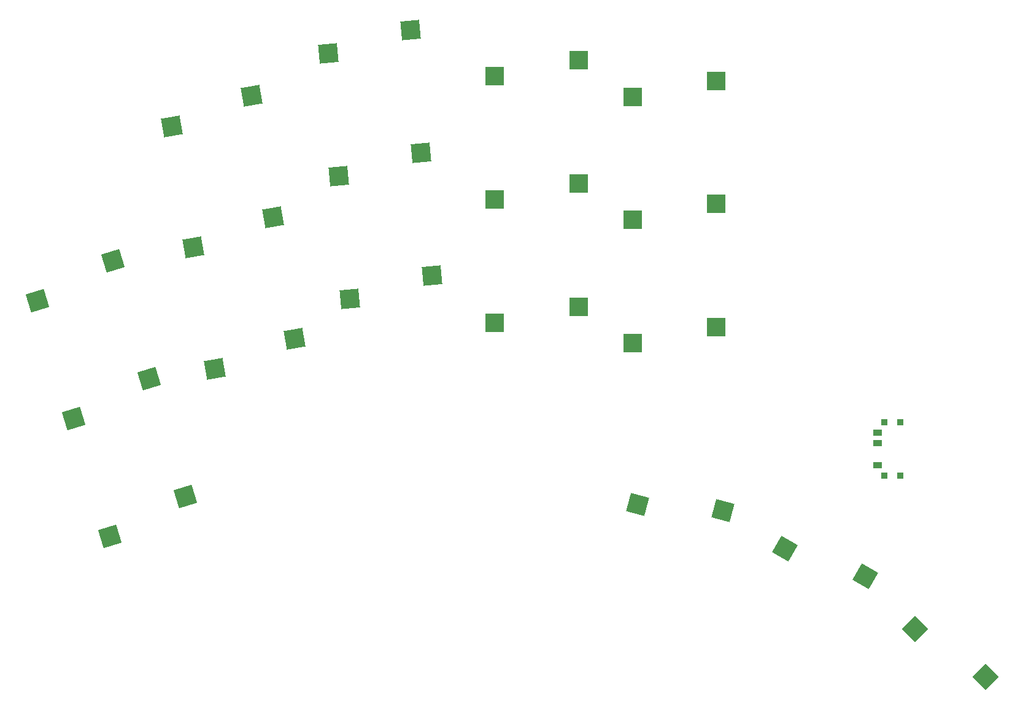
<source format=gbr>
%TF.GenerationSoftware,KiCad,Pcbnew,8.0.0*%
%TF.CreationDate,2024-06-08T15:13:20+02:00*%
%TF.ProjectId,goos-right,676f6f73-2d72-4696-9768-742e6b696361,rev?*%
%TF.SameCoordinates,Original*%
%TF.FileFunction,Paste,Top*%
%TF.FilePolarity,Positive*%
%FSLAX46Y46*%
G04 Gerber Fmt 4.6, Leading zero omitted, Abs format (unit mm)*
G04 Created by KiCad (PCBNEW 8.0.0) date 2024-06-08 15:13:20*
%MOMM*%
%LPD*%
G01*
G04 APERTURE LIST*
G04 Aperture macros list*
%AMRotRect*
0 Rectangle, with rotation*
0 The origin of the aperture is its center*
0 $1 length*
0 $2 width*
0 $3 Rotation angle, in degrees counterclockwise*
0 Add horizontal line*
21,1,$1,$2,0,0,$3*%
G04 Aperture macros list end*
%ADD10RotRect,2.600000X2.600000X5.000000*%
%ADD11R,2.600000X2.600000*%
%ADD12RotRect,2.600000X2.600000X330.000000*%
%ADD13RotRect,2.600000X2.600000X17.000000*%
%ADD14RotRect,2.600000X2.600000X10.000000*%
%ADD15R,0.900000X0.900000*%
%ADD16R,1.250000X0.900000*%
%ADD17RotRect,2.600000X2.600000X345.000000*%
%ADD18RotRect,2.600000X2.600000X315.000000*%
G04 APERTURE END LIST*
D10*
%TO.C,S8*%
X177274492Y-25467405D03*
X165960186Y-28665683D03*
%TD*%
D11*
%TO.C,S13*%
X200476631Y-63629899D03*
X188926631Y-65829899D03*
%TD*%
D12*
%TO.C,S18*%
X240030364Y-100854148D03*
X228927771Y-96984404D03*
%TD*%
D13*
%TO.C,S2*%
X136271817Y-57310668D03*
X125869715Y-62791432D03*
%TD*%
D11*
%TO.C,S16*%
X219476631Y-66463199D03*
X207926631Y-68663199D03*
%TD*%
D10*
%TO.C,S9*%
X178756092Y-42402705D03*
X167441786Y-45600983D03*
%TD*%
D14*
%TO.C,S5*%
X155369670Y-34556295D03*
X144377166Y-38728509D03*
%TD*%
D15*
%TO.C,S1*%
X244890531Y-79529699D03*
X242690531Y-79529699D03*
X244890531Y-86929699D03*
X242690531Y-86929699D03*
D16*
X241715531Y-85479699D03*
X241715531Y-82479699D03*
X241715531Y-80979699D03*
%TD*%
D17*
%TO.C,S17*%
X220384911Y-91791373D03*
X208659066Y-90927050D03*
%TD*%
D11*
%TO.C,S15*%
X219476631Y-49463199D03*
X207926631Y-51663199D03*
%TD*%
D13*
%TO.C,S4*%
X146212517Y-89824968D03*
X135810415Y-95305732D03*
%TD*%
D11*
%TO.C,S11*%
X200476631Y-29629899D03*
X188926631Y-31829899D03*
%TD*%
D10*
%TO.C,S10*%
X180237792Y-59338005D03*
X168923486Y-62536283D03*
%TD*%
D18*
%TO.C,S19*%
X256660791Y-114692788D03*
X246938073Y-108081340D03*
%TD*%
D14*
%TO.C,S7*%
X161273670Y-68039795D03*
X150281166Y-72212009D03*
%TD*%
%TO.C,S6*%
X158321670Y-51298095D03*
X147329166Y-55470309D03*
%TD*%
D11*
%TO.C,S12*%
X200476631Y-46629899D03*
X188926631Y-48829899D03*
%TD*%
%TO.C,S14*%
X219476631Y-32463199D03*
X207926631Y-34663199D03*
%TD*%
D13*
%TO.C,S3*%
X141242217Y-73567768D03*
X130840115Y-79048532D03*
%TD*%
M02*

</source>
